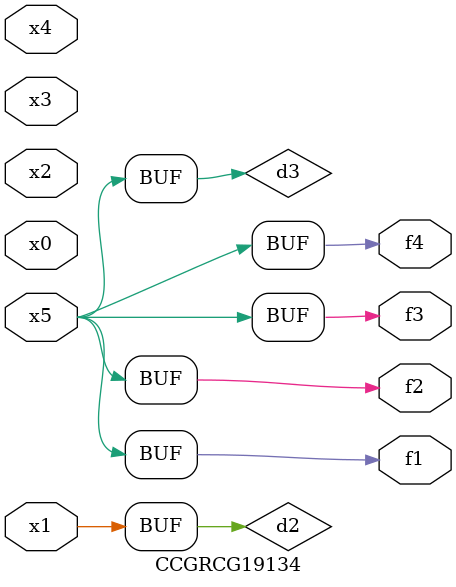
<source format=v>
module CCGRCG19134(
	input x0, x1, x2, x3, x4, x5,
	output f1, f2, f3, f4
);

	wire d1, d2, d3;

	not (d1, x5);
	or (d2, x1);
	xnor (d3, d1);
	assign f1 = d3;
	assign f2 = d3;
	assign f3 = d3;
	assign f4 = d3;
endmodule

</source>
